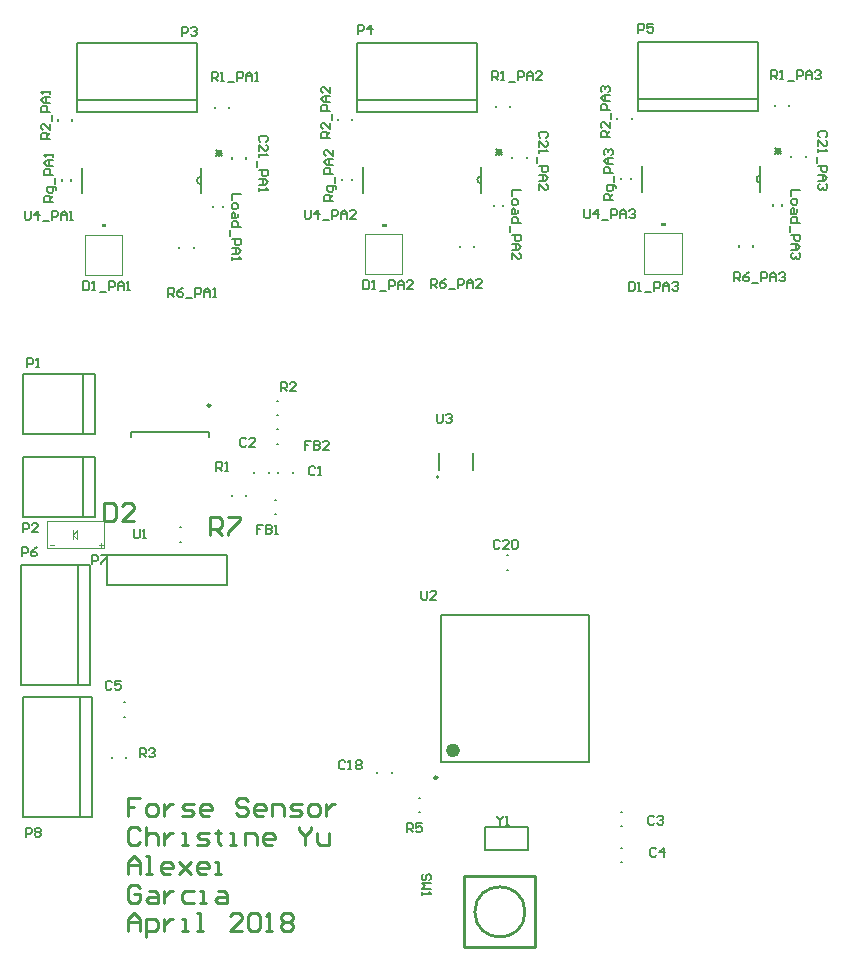
<source format=gto>
G04 Layer_Color=65535*
%FSLAX25Y25*%
%MOIN*%
G70*
G01*
G75*
%ADD25C,0.01000*%
%ADD34C,0.00984*%
%ADD35C,0.00600*%
%ADD36C,0.02362*%
%ADD37C,0.00400*%
%ADD38C,0.00787*%
%ADD39C,0.00591*%
%ADD40C,0.00750*%
G36*
X132813Y427200D02*
X131313D01*
Y428200D01*
X132813D01*
Y427200D01*
D02*
G37*
G36*
X226250Y427440D02*
X224750D01*
Y428440D01*
X226250D01*
Y427440D01*
D02*
G37*
G36*
X319313Y427700D02*
X317813D01*
Y428700D01*
X319313D01*
Y427700D01*
D02*
G37*
D25*
X272352Y199000D02*
G03*
X272352Y199000I-8352J0D01*
G01*
X252189Y187189D02*
Y210811D01*
X275811D01*
Y187189D02*
Y210811D01*
X252189Y187189D02*
X275811D01*
X143999Y236888D02*
X140000D01*
Y233889D01*
X141999D01*
X140000D01*
Y230890D01*
X146998D02*
X148997D01*
X149997Y231890D01*
Y233889D01*
X148997Y234889D01*
X146998D01*
X145998Y233889D01*
Y231890D01*
X146998Y230890D01*
X151996Y234889D02*
Y230890D01*
Y232889D01*
X152996Y233889D01*
X153996Y234889D01*
X154995D01*
X157994Y230890D02*
X160993D01*
X161993Y231890D01*
X160993Y232889D01*
X158994D01*
X157994Y233889D01*
X158994Y234889D01*
X161993D01*
X166991Y230890D02*
X164992D01*
X163992Y231890D01*
Y233889D01*
X164992Y234889D01*
X166991D01*
X167991Y233889D01*
Y232889D01*
X163992D01*
X179987Y235888D02*
X178987Y236888D01*
X176988D01*
X175988Y235888D01*
Y234889D01*
X176988Y233889D01*
X178987D01*
X179987Y232889D01*
Y231890D01*
X178987Y230890D01*
X176988D01*
X175988Y231890D01*
X184985Y230890D02*
X182986D01*
X181986Y231890D01*
Y233889D01*
X182986Y234889D01*
X184985D01*
X185985Y233889D01*
Y232889D01*
X181986D01*
X187985Y230890D02*
Y234889D01*
X190983D01*
X191983Y233889D01*
Y230890D01*
X193983D02*
X196982D01*
X197981Y231890D01*
X196982Y232889D01*
X194982D01*
X193983Y233889D01*
X194982Y234889D01*
X197981D01*
X200980Y230890D02*
X202980D01*
X203979Y231890D01*
Y233889D01*
X202980Y234889D01*
X200980D01*
X199981Y233889D01*
Y231890D01*
X200980Y230890D01*
X205979Y234889D02*
Y230890D01*
Y232889D01*
X206978Y233889D01*
X207978Y234889D01*
X208978D01*
X143999Y226291D02*
X142999Y227290D01*
X141000D01*
X140000Y226291D01*
Y222292D01*
X141000Y221292D01*
X142999D01*
X143999Y222292D01*
X145998Y227290D02*
Y221292D01*
Y224291D01*
X146998Y225291D01*
X148997D01*
X149997Y224291D01*
Y221292D01*
X151996Y225291D02*
Y221292D01*
Y223292D01*
X152996Y224291D01*
X153996Y225291D01*
X154995D01*
X157994Y221292D02*
X159994D01*
X158994D01*
Y225291D01*
X157994D01*
X162993Y221292D02*
X165992D01*
X166991Y222292D01*
X165992Y223292D01*
X163992D01*
X162993Y224291D01*
X163992Y225291D01*
X166991D01*
X169990Y226291D02*
Y225291D01*
X168991D01*
X170990D01*
X169990D01*
Y222292D01*
X170990Y221292D01*
X173989D02*
X175988D01*
X174989D01*
Y225291D01*
X173989D01*
X178987Y221292D02*
Y225291D01*
X181986D01*
X182986Y224291D01*
Y221292D01*
X187985D02*
X185985D01*
X184985Y222292D01*
Y224291D01*
X185985Y225291D01*
X187985D01*
X188984Y224291D01*
Y223292D01*
X184985D01*
X196982Y227290D02*
Y226291D01*
X198981Y224291D01*
X200980Y226291D01*
Y227290D01*
X198981Y224291D02*
Y221292D01*
X202980Y225291D02*
Y222292D01*
X203979Y221292D01*
X206978D01*
Y225291D01*
X140000Y211695D02*
Y215693D01*
X141999Y217693D01*
X143999Y215693D01*
Y211695D01*
Y214694D01*
X140000D01*
X145998Y211695D02*
X147997D01*
X146998D01*
Y217693D01*
X145998D01*
X153996Y211695D02*
X151996D01*
X150996Y212694D01*
Y214694D01*
X151996Y215693D01*
X153996D01*
X154995Y214694D01*
Y213694D01*
X150996D01*
X156994Y215693D02*
X160993Y211695D01*
X158994Y213694D01*
X160993Y215693D01*
X156994Y211695D01*
X165992D02*
X163992D01*
X162993Y212694D01*
Y214694D01*
X163992Y215693D01*
X165992D01*
X166991Y214694D01*
Y213694D01*
X162993D01*
X168991Y211695D02*
X170990D01*
X169990D01*
Y215693D01*
X168991D01*
X143999Y207095D02*
X142999Y208095D01*
X141000D01*
X140000Y207095D01*
Y203097D01*
X141000Y202097D01*
X142999D01*
X143999Y203097D01*
Y205096D01*
X141999D01*
X146998Y206096D02*
X148997D01*
X149997Y205096D01*
Y202097D01*
X146998D01*
X145998Y203097D01*
X146998Y204096D01*
X149997D01*
X151996Y206096D02*
Y202097D01*
Y204096D01*
X152996Y205096D01*
X153996Y206096D01*
X154995D01*
X161993D02*
X158994D01*
X157994Y205096D01*
Y203097D01*
X158994Y202097D01*
X161993D01*
X163992D02*
X165992D01*
X164992D01*
Y206096D01*
X163992D01*
X169990D02*
X171990D01*
X172989Y205096D01*
Y202097D01*
X169990D01*
X168991Y203097D01*
X169990Y204096D01*
X172989D01*
X140000Y192499D02*
Y196498D01*
X141999Y198497D01*
X143999Y196498D01*
Y192499D01*
Y195498D01*
X140000D01*
X145998Y190500D02*
Y196498D01*
X148997D01*
X149997Y195498D01*
Y193499D01*
X148997Y192499D01*
X145998D01*
X151996Y196498D02*
Y192499D01*
Y194499D01*
X152996Y195498D01*
X153996Y196498D01*
X154995D01*
X157994Y192499D02*
X159994D01*
X158994D01*
Y196498D01*
X157994D01*
X162993Y192499D02*
X164992D01*
X163992D01*
Y198497D01*
X162993D01*
X177988Y192499D02*
X173989D01*
X177988Y196498D01*
Y197498D01*
X176988Y198497D01*
X174989D01*
X173989Y197498D01*
X179987D02*
X180987Y198497D01*
X182986D01*
X183986Y197498D01*
Y193499D01*
X182986Y192499D01*
X180987D01*
X179987Y193499D01*
Y197498D01*
X185985Y192499D02*
X187985D01*
X186985D01*
Y198497D01*
X185985Y197498D01*
X190983D02*
X191983Y198497D01*
X193983D01*
X194982Y197498D01*
Y196498D01*
X193983Y195498D01*
X194982Y194499D01*
Y193499D01*
X193983Y192499D01*
X191983D01*
X190983Y193499D01*
Y194499D01*
X191983Y195498D01*
X190983Y196498D01*
Y197498D01*
X191983Y195498D02*
X193983D01*
X132110Y335301D02*
Y329303D01*
X135109D01*
X136109Y330303D01*
Y334301D01*
X135109Y335301D01*
X132110D01*
X142107Y329303D02*
X138108D01*
X142107Y333302D01*
Y334301D01*
X141107Y335301D01*
X139108D01*
X138108Y334301D01*
X167323Y324803D02*
Y330801D01*
X170322D01*
X171321Y329802D01*
Y327802D01*
X170322Y326802D01*
X167323D01*
X169322D02*
X171321Y324803D01*
X173321Y330801D02*
X177320D01*
Y329802D01*
X173321Y325803D01*
Y324803D01*
D34*
X167524Y367783D02*
G03*
X167524Y367783I-492J0D01*
G01*
X243114Y243776D02*
G03*
X243114Y243776I-492J0D01*
G01*
D35*
X350763Y444500D02*
G03*
X350763Y442100I0J-1200D01*
G01*
X257700Y444240D02*
G03*
X257700Y441840I0J-1200D01*
G01*
X164263Y444000D02*
G03*
X164263Y441600I0J-1200D01*
G01*
X243595Y343988D02*
G03*
X243595Y343988I-300J0D01*
G01*
X350763Y439011D02*
Y447589D01*
X311363Y439011D02*
Y447589D01*
X257700Y438752D02*
Y447329D01*
X218300Y438752D02*
Y447329D01*
X164263Y438511D02*
Y447089D01*
X124863Y438511D02*
Y447089D01*
X263999Y322499D02*
X263499Y322999D01*
X262500D01*
X262000Y322499D01*
Y320500D01*
X262500Y320000D01*
X263499D01*
X263999Y320500D01*
X266998Y320000D02*
X264999D01*
X266998Y321999D01*
Y322499D01*
X266498Y322999D01*
X265499D01*
X264999Y322499D01*
X267998D02*
X268498Y322999D01*
X269498D01*
X269997Y322499D01*
Y320500D01*
X269498Y320000D01*
X268498D01*
X267998Y320500D01*
Y322499D01*
X212499Y248999D02*
X212000Y249499D01*
X211000D01*
X210500Y248999D01*
Y247000D01*
X211000Y246500D01*
X212000D01*
X212499Y247000D01*
X213499Y246500D02*
X214499D01*
X213999D01*
Y249499D01*
X213499Y248999D01*
X215998D02*
X216498Y249499D01*
X217498D01*
X217998Y248999D01*
Y248499D01*
X217498Y248000D01*
X217998Y247500D01*
Y247000D01*
X217498Y246500D01*
X216498D01*
X215998Y247000D01*
Y247500D01*
X216498Y248000D01*
X215998Y248499D01*
Y248999D01*
X216498Y248000D02*
X217498D01*
X263000Y230999D02*
Y230499D01*
X264000Y229500D01*
X264999Y230499D01*
Y230999D01*
X264000Y229500D02*
Y228000D01*
X265999D02*
X266999D01*
X266499D01*
Y230999D01*
X265999Y230499D01*
X307000Y408999D02*
Y406000D01*
X308500D01*
X308999Y406500D01*
Y408499D01*
X308500Y408999D01*
X307000D01*
X309999Y406000D02*
X310999D01*
X310499D01*
Y408999D01*
X309999Y408499D01*
X312498Y405500D02*
X314498D01*
X315497Y406000D02*
Y408999D01*
X316997D01*
X317497Y408499D01*
Y407500D01*
X316997Y407000D01*
X315497D01*
X318496Y406000D02*
Y407999D01*
X319496Y408999D01*
X320496Y407999D01*
Y406000D01*
Y407500D01*
X318496D01*
X321495Y408499D02*
X321995Y408999D01*
X322995D01*
X323495Y408499D01*
Y407999D01*
X322995Y407500D01*
X322495D01*
X322995D01*
X323495Y407000D01*
Y406500D01*
X322995Y406000D01*
X321995D01*
X321495Y406500D01*
X218500Y409499D02*
Y406500D01*
X220000D01*
X220499Y407000D01*
Y408999D01*
X220000Y409499D01*
X218500D01*
X221499Y406500D02*
X222499D01*
X221999D01*
Y409499D01*
X221499Y408999D01*
X223998Y406000D02*
X225998D01*
X226997Y406500D02*
Y409499D01*
X228497D01*
X228997Y408999D01*
Y408000D01*
X228497Y407500D01*
X226997D01*
X229996Y406500D02*
Y408499D01*
X230996Y409499D01*
X231996Y408499D01*
Y406500D01*
Y408000D01*
X229996D01*
X234995Y406500D02*
X232995D01*
X234995Y408499D01*
Y408999D01*
X234495Y409499D01*
X233495D01*
X232995Y408999D01*
X125063Y409259D02*
Y406260D01*
X126562D01*
X127062Y406760D01*
Y408759D01*
X126562Y409259D01*
X125063D01*
X128062Y406260D02*
X129062D01*
X128562D01*
Y409259D01*
X128062Y408759D01*
X130561Y405760D02*
X132561D01*
X133560Y406260D02*
Y409259D01*
X135060D01*
X135560Y408759D01*
Y407759D01*
X135060Y407260D01*
X133560D01*
X136559Y406260D02*
Y408259D01*
X137559Y409259D01*
X138559Y408259D01*
Y406260D01*
Y407759D01*
X136559D01*
X139558Y406260D02*
X140558D01*
X140058D01*
Y409259D01*
X139558Y408759D01*
X292063Y433259D02*
Y430760D01*
X292563Y430260D01*
X293563D01*
X294062Y430760D01*
Y433259D01*
X296562Y430260D02*
Y433259D01*
X295062Y431759D01*
X297061D01*
X298061Y429760D02*
X300060D01*
X301060Y430260D02*
Y433259D01*
X302560D01*
X303059Y432759D01*
Y431759D01*
X302560Y431259D01*
X301060D01*
X304059Y430260D02*
Y432259D01*
X305059Y433259D01*
X306058Y432259D01*
Y430260D01*
Y431759D01*
X304059D01*
X307058Y432759D02*
X307558Y433259D01*
X308558D01*
X309057Y432759D01*
Y432259D01*
X308558Y431759D01*
X308058D01*
X308558D01*
X309057Y431259D01*
Y430760D01*
X308558Y430260D01*
X307558D01*
X307058Y430760D01*
X199000Y432999D02*
Y430500D01*
X199500Y430000D01*
X200500D01*
X200999Y430500D01*
Y432999D01*
X203499Y430000D02*
Y432999D01*
X201999Y431499D01*
X203998D01*
X204998Y429500D02*
X206997D01*
X207997Y430000D02*
Y432999D01*
X209497D01*
X209996Y432499D01*
Y431499D01*
X209497Y431000D01*
X207997D01*
X210996Y430000D02*
Y431999D01*
X211996Y432999D01*
X212996Y431999D01*
Y430000D01*
Y431499D01*
X210996D01*
X215995Y430000D02*
X213995D01*
X215995Y431999D01*
Y432499D01*
X215495Y432999D01*
X214495D01*
X213995Y432499D01*
X105563Y432759D02*
Y430260D01*
X106063Y429760D01*
X107062D01*
X107562Y430260D01*
Y432759D01*
X110062Y429760D02*
Y432759D01*
X108562Y431259D01*
X110561D01*
X111561Y429260D02*
X113560D01*
X114560Y429760D02*
Y432759D01*
X116060D01*
X116559Y432259D01*
Y431259D01*
X116060Y430759D01*
X114560D01*
X117559Y429760D02*
Y431759D01*
X118559Y432759D01*
X119558Y431759D01*
Y429760D01*
Y431259D01*
X117559D01*
X120558Y429760D02*
X121558D01*
X121058D01*
Y432759D01*
X120558Y432259D01*
X243000Y364999D02*
Y362500D01*
X243500Y362000D01*
X244499D01*
X244999Y362500D01*
Y364999D01*
X245999Y364499D02*
X246499Y364999D01*
X247498D01*
X247998Y364499D01*
Y363999D01*
X247498Y363499D01*
X246999D01*
X247498D01*
X247998Y363000D01*
Y362500D01*
X247498Y362000D01*
X246499D01*
X245999Y362500D01*
X237724Y306125D02*
Y303626D01*
X238224Y303126D01*
X239224D01*
X239724Y303626D01*
Y306125D01*
X242723Y303126D02*
X240723D01*
X242723Y305125D01*
Y305625D01*
X242223Y306125D01*
X241223D01*
X240723Y305625D01*
X141980Y326499D02*
Y324000D01*
X142480Y323500D01*
X143480D01*
X143980Y324000D01*
Y326499D01*
X144979Y323500D02*
X145979D01*
X145479D01*
Y326499D01*
X144979Y325999D01*
X240499Y209501D02*
X240999Y210000D01*
Y211000D01*
X240499Y211500D01*
X239999D01*
X239499Y211000D01*
Y210000D01*
X239000Y209501D01*
X238500D01*
X238000Y210000D01*
Y211000D01*
X238500Y211500D01*
X240999Y208501D02*
X238000D01*
X239000Y207501D01*
X238000Y206502D01*
X240999D01*
X238000Y205502D02*
Y204502D01*
Y205002D01*
X240999D01*
X240499Y205502D01*
X301563Y436260D02*
X298564D01*
Y437759D01*
X299064Y438259D01*
X300063D01*
X300563Y437759D01*
Y436260D01*
Y437259D02*
X301563Y438259D01*
X302563Y440259D02*
Y440758D01*
X302063Y441258D01*
X299564D01*
Y439759D01*
X300063Y439259D01*
X301063D01*
X301563Y439759D01*
Y441258D01*
X302063Y442258D02*
Y444257D01*
X301563Y445257D02*
X298564D01*
Y446757D01*
X299064Y447256D01*
X300063D01*
X300563Y446757D01*
Y445257D01*
X301563Y448256D02*
X299564D01*
X298564Y449256D01*
X299564Y450255D01*
X301563D01*
X300063D01*
Y448256D01*
X299064Y451255D02*
X298564Y451755D01*
Y452754D01*
X299064Y453254D01*
X299564D01*
X300063Y452754D01*
Y452255D01*
Y452754D01*
X300563Y453254D01*
X301063D01*
X301563Y452754D01*
Y451755D01*
X301063Y451255D01*
X208500Y436000D02*
X205501D01*
Y437500D01*
X206001Y437999D01*
X207000D01*
X207500Y437500D01*
Y436000D01*
Y437000D02*
X208500Y437999D01*
X209500Y439999D02*
Y440498D01*
X209000Y440998D01*
X206501D01*
Y439499D01*
X207000Y438999D01*
X208000D01*
X208500Y439499D01*
Y440998D01*
X209000Y441998D02*
Y443997D01*
X208500Y444997D02*
X205501D01*
Y446497D01*
X206001Y446996D01*
X207000D01*
X207500Y446497D01*
Y444997D01*
X208500Y447996D02*
X206501D01*
X205501Y448996D01*
X206501Y449996D01*
X208500D01*
X207000D01*
Y447996D01*
X208500Y452994D02*
Y450995D01*
X206501Y452994D01*
X206001D01*
X205501Y452495D01*
Y451495D01*
X206001Y450995D01*
X115063Y435760D02*
X112064D01*
Y437259D01*
X112564Y437759D01*
X113564D01*
X114063Y437259D01*
Y435760D01*
Y436760D02*
X115063Y437759D01*
X116063Y439759D02*
Y440258D01*
X115563Y440758D01*
X113064D01*
Y439259D01*
X113564Y438759D01*
X114563D01*
X115063Y439259D01*
Y440758D01*
X115563Y441758D02*
Y443757D01*
X115063Y444757D02*
X112064D01*
Y446256D01*
X112564Y446756D01*
X113564D01*
X114063Y446256D01*
Y444757D01*
X115063Y447756D02*
X113064D01*
X112064Y448756D01*
X113064Y449755D01*
X115063D01*
X113564D01*
Y447756D01*
X115063Y450755D02*
Y451755D01*
Y451255D01*
X112064D01*
X112564Y450755D01*
X342063Y409260D02*
Y412259D01*
X343563D01*
X344062Y411759D01*
Y410759D01*
X343563Y410259D01*
X342063D01*
X343063D02*
X344062Y409260D01*
X347061Y412259D02*
X346062Y411759D01*
X345062Y410759D01*
Y409760D01*
X345562Y409260D01*
X346562D01*
X347061Y409760D01*
Y410259D01*
X346562Y410759D01*
X345062D01*
X348061Y408760D02*
X350060D01*
X351060Y409260D02*
Y412259D01*
X352560D01*
X353059Y411759D01*
Y410759D01*
X352560Y410259D01*
X351060D01*
X354059Y409260D02*
Y411259D01*
X355059Y412259D01*
X356058Y411259D01*
Y409260D01*
Y410759D01*
X354059D01*
X357058Y411759D02*
X357558Y412259D01*
X358558D01*
X359057Y411759D01*
Y411259D01*
X358558Y410759D01*
X358058D01*
X358558D01*
X359057Y410259D01*
Y409760D01*
X358558Y409260D01*
X357558D01*
X357058Y409760D01*
X241000Y407000D02*
Y409999D01*
X242499D01*
X242999Y409499D01*
Y408499D01*
X242499Y408000D01*
X241000D01*
X242000D02*
X242999Y407000D01*
X245998Y409999D02*
X244999Y409499D01*
X243999Y408499D01*
Y407500D01*
X244499Y407000D01*
X245498D01*
X245998Y407500D01*
Y408000D01*
X245498Y408499D01*
X243999D01*
X246998Y406500D02*
X248997D01*
X249997Y407000D02*
Y409999D01*
X251497D01*
X251996Y409499D01*
Y408499D01*
X251497Y408000D01*
X249997D01*
X252996Y407000D02*
Y408999D01*
X253996Y409999D01*
X254995Y408999D01*
Y407000D01*
Y408499D01*
X252996D01*
X257995Y407000D02*
X255995D01*
X257995Y408999D01*
Y409499D01*
X257495Y409999D01*
X256495D01*
X255995Y409499D01*
X153500Y404000D02*
Y406999D01*
X154999D01*
X155499Y406499D01*
Y405500D01*
X154999Y405000D01*
X153500D01*
X154500D02*
X155499Y404000D01*
X158498Y406999D02*
X157499Y406499D01*
X156499Y405500D01*
Y404500D01*
X156999Y404000D01*
X157999D01*
X158498Y404500D01*
Y405000D01*
X157999Y405500D01*
X156499D01*
X159498Y403500D02*
X161497D01*
X162497Y404000D02*
Y406999D01*
X163997D01*
X164496Y406499D01*
Y405500D01*
X163997Y405000D01*
X162497D01*
X165496Y404000D02*
Y405999D01*
X166496Y406999D01*
X167496Y405999D01*
Y404000D01*
Y405500D01*
X165496D01*
X168495Y404000D02*
X169495D01*
X168995D01*
Y406999D01*
X168495Y406499D01*
X233000Y225500D02*
Y228499D01*
X234500D01*
X234999Y227999D01*
Y226999D01*
X234500Y226500D01*
X233000D01*
X234000D02*
X234999Y225500D01*
X237998Y228499D02*
X235999D01*
Y226999D01*
X236999Y227499D01*
X237498D01*
X237998Y226999D01*
Y226000D01*
X237498Y225500D01*
X236499D01*
X235999Y226000D01*
X144000Y250500D02*
Y253499D01*
X145500D01*
X145999Y252999D01*
Y251999D01*
X145500Y251500D01*
X144000D01*
X145000D02*
X145999Y250500D01*
X146999Y252999D02*
X147499Y253499D01*
X148499D01*
X148998Y252999D01*
Y252499D01*
X148499Y251999D01*
X147999D01*
X148499D01*
X148998Y251500D01*
Y251000D01*
X148499Y250500D01*
X147499D01*
X146999Y251000D01*
X190980Y372500D02*
Y375499D01*
X192480D01*
X192980Y374999D01*
Y374000D01*
X192480Y373500D01*
X190980D01*
X191980D02*
X192980Y372500D01*
X195979D02*
X193979D01*
X195979Y374499D01*
Y374999D01*
X195479Y375499D01*
X194479D01*
X193979Y374999D01*
X300563Y457260D02*
X297564D01*
Y458759D01*
X298064Y459259D01*
X299063D01*
X299563Y458759D01*
Y457260D01*
Y458259D02*
X300563Y459259D01*
Y462258D02*
Y460259D01*
X298564Y462258D01*
X298064D01*
X297564Y461758D01*
Y460759D01*
X298064Y460259D01*
X301063Y463258D02*
Y465257D01*
X300563Y466257D02*
X297564D01*
Y467757D01*
X298064Y468256D01*
X299063D01*
X299563Y467757D01*
Y466257D01*
X300563Y469256D02*
X298564D01*
X297564Y470256D01*
X298564Y471255D01*
X300563D01*
X299063D01*
Y469256D01*
X298064Y472255D02*
X297564Y472755D01*
Y473755D01*
X298064Y474254D01*
X298564D01*
X299063Y473755D01*
Y473255D01*
Y473755D01*
X299563Y474254D01*
X300063D01*
X300563Y473755D01*
Y472755D01*
X300063Y472255D01*
X207500Y457000D02*
X204501D01*
Y458499D01*
X205001Y458999D01*
X206000D01*
X206500Y458499D01*
Y457000D01*
Y458000D02*
X207500Y458999D01*
Y461998D02*
Y459999D01*
X205501Y461998D01*
X205001D01*
X204501Y461498D01*
Y460499D01*
X205001Y459999D01*
X208000Y462998D02*
Y464997D01*
X207500Y465997D02*
X204501D01*
Y467497D01*
X205001Y467996D01*
X206000D01*
X206500Y467497D01*
Y465997D01*
X207500Y468996D02*
X205501D01*
X204501Y469996D01*
X205501Y470996D01*
X207500D01*
X206000D01*
Y468996D01*
X207500Y473994D02*
Y471995D01*
X205501Y473994D01*
X205001D01*
X204501Y473495D01*
Y472495D01*
X205001Y471995D01*
X114063Y456760D02*
X111064D01*
Y458259D01*
X111564Y458759D01*
X112564D01*
X113063Y458259D01*
Y456760D01*
Y457760D02*
X114063Y458759D01*
Y461758D02*
Y459759D01*
X112064Y461758D01*
X111564D01*
X111064Y461258D01*
Y460259D01*
X111564Y459759D01*
X114563Y462758D02*
Y464757D01*
X114063Y465757D02*
X111064D01*
Y467256D01*
X111564Y467756D01*
X112564D01*
X113063Y467256D01*
Y465757D01*
X114063Y468756D02*
X112064D01*
X111064Y469756D01*
X112064Y470755D01*
X114063D01*
X112564D01*
Y468756D01*
X114063Y471755D02*
Y472755D01*
Y472255D01*
X111064D01*
X111564Y471755D01*
X169480Y346000D02*
Y348999D01*
X170980D01*
X171480Y348499D01*
Y347499D01*
X170980Y347000D01*
X169480D01*
X170480D02*
X171480Y346000D01*
X172479D02*
X173479D01*
X172979D01*
Y348999D01*
X172479Y348499D01*
X354500Y476500D02*
Y479499D01*
X355999D01*
X356499Y478999D01*
Y477999D01*
X355999Y477500D01*
X354500D01*
X355500D02*
X356499Y476500D01*
X357499D02*
X358499D01*
X357999D01*
Y479499D01*
X357499Y478999D01*
X359998Y476000D02*
X361998D01*
X362997Y476500D02*
Y479499D01*
X364497D01*
X364997Y478999D01*
Y477999D01*
X364497Y477500D01*
X362997D01*
X365996Y476500D02*
Y478499D01*
X366996Y479499D01*
X367996Y478499D01*
Y476500D01*
Y477999D01*
X365996D01*
X368995Y478999D02*
X369495Y479499D01*
X370495D01*
X370995Y478999D01*
Y478499D01*
X370495Y477999D01*
X369995D01*
X370495D01*
X370995Y477500D01*
Y477000D01*
X370495Y476500D01*
X369495D01*
X368995Y477000D01*
X261437Y476240D02*
Y479239D01*
X262936D01*
X263436Y478739D01*
Y477740D01*
X262936Y477240D01*
X261437D01*
X262437D02*
X263436Y476240D01*
X264436D02*
X265436D01*
X264936D01*
Y479239D01*
X264436Y478739D01*
X266935Y475740D02*
X268935D01*
X269934Y476240D02*
Y479239D01*
X271434D01*
X271934Y478739D01*
Y477740D01*
X271434Y477240D01*
X269934D01*
X272933Y476240D02*
Y478239D01*
X273933Y479239D01*
X274933Y478239D01*
Y476240D01*
Y477740D01*
X272933D01*
X277932Y476240D02*
X275932D01*
X277932Y478239D01*
Y478739D01*
X277432Y479239D01*
X276432D01*
X275932Y478739D01*
X168000Y476000D02*
Y478999D01*
X169500D01*
X169999Y478499D01*
Y477499D01*
X169500Y477000D01*
X168000D01*
X169000D02*
X169999Y476000D01*
X170999D02*
X171999D01*
X171499D01*
Y478999D01*
X170999Y478499D01*
X173498Y475500D02*
X175498D01*
X176497Y476000D02*
Y478999D01*
X177997D01*
X178497Y478499D01*
Y477499D01*
X177997Y477000D01*
X176497D01*
X179496Y476000D02*
Y477999D01*
X180496Y478999D01*
X181496Y477999D01*
Y476000D01*
Y477499D01*
X179496D01*
X182495Y476000D02*
X183495D01*
X182995D01*
Y478999D01*
X182495Y478499D01*
X106000Y224000D02*
Y226999D01*
X107500D01*
X107999Y226499D01*
Y225500D01*
X107500Y225000D01*
X106000D01*
X108999Y226499D02*
X109499Y226999D01*
X110499D01*
X110998Y226499D01*
Y225999D01*
X110499Y225500D01*
X110998Y225000D01*
Y224500D01*
X110499Y224000D01*
X109499D01*
X108999Y224500D01*
Y225000D01*
X109499Y225500D01*
X108999Y225999D01*
Y226499D01*
X109499Y225500D02*
X110499D01*
X127953Y314961D02*
Y317960D01*
X129452D01*
X129952Y317460D01*
Y316460D01*
X129452Y315960D01*
X127953D01*
X130952Y317960D02*
X132951D01*
Y317460D01*
X130952Y315460D01*
Y314961D01*
X104700Y317500D02*
Y320499D01*
X106200D01*
X106699Y319999D01*
Y319000D01*
X106200Y318500D01*
X104700D01*
X109698Y320499D02*
X108699Y319999D01*
X107699Y319000D01*
Y318000D01*
X108199Y317500D01*
X109199D01*
X109698Y318000D01*
Y318500D01*
X109199Y319000D01*
X107699D01*
X310200Y492000D02*
Y494999D01*
X311700D01*
X312199Y494499D01*
Y493500D01*
X311700Y493000D01*
X310200D01*
X315198Y494999D02*
X313199D01*
Y493500D01*
X314199Y493999D01*
X314699D01*
X315198Y493500D01*
Y492500D01*
X314699Y492000D01*
X313699D01*
X313199Y492500D01*
X216600Y491730D02*
Y494729D01*
X218099D01*
X218599Y494229D01*
Y493229D01*
X218099Y492730D01*
X216600D01*
X221098Y491730D02*
Y494729D01*
X219599Y493229D01*
X221598D01*
X158000Y491000D02*
Y493999D01*
X159500D01*
X159999Y493499D01*
Y492499D01*
X159500Y492000D01*
X158000D01*
X160999Y493499D02*
X161499Y493999D01*
X162499D01*
X162998Y493499D01*
Y492999D01*
X162499Y492499D01*
X161999D01*
X162499D01*
X162998Y492000D01*
Y491500D01*
X162499Y491000D01*
X161499D01*
X160999Y491500D01*
X104921Y325559D02*
Y328558D01*
X106421D01*
X106921Y328058D01*
Y327059D01*
X106421Y326559D01*
X104921D01*
X109920Y325559D02*
X107920D01*
X109920Y327558D01*
Y328058D01*
X109420Y328558D01*
X108420D01*
X107920Y328058D01*
X106480Y380500D02*
Y383499D01*
X107980D01*
X108480Y382999D01*
Y381999D01*
X107980Y381500D01*
X106480D01*
X109479Y380500D02*
X110479D01*
X109979D01*
Y383499D01*
X109479Y382999D01*
X364062Y439759D02*
X361063D01*
Y437760D01*
Y436261D02*
Y435261D01*
X361563Y434761D01*
X362562D01*
X363062Y435261D01*
Y436261D01*
X362562Y436761D01*
X361563D01*
X361063Y436261D01*
X363062Y433262D02*
Y432262D01*
X362562Y431762D01*
X361063D01*
Y433262D01*
X361563Y433761D01*
X362063Y433262D01*
Y431762D01*
X364062Y428763D02*
X361063D01*
Y430263D01*
X361563Y430762D01*
X362562D01*
X363062Y430263D01*
Y428763D01*
X360563Y427763D02*
Y425764D01*
X361063Y424764D02*
X364062D01*
Y423265D01*
X363562Y422765D01*
X362562D01*
X362063Y423265D01*
Y424764D01*
X361063Y421765D02*
X363062D01*
X364062Y420766D01*
X363062Y419766D01*
X361063D01*
X362562D01*
Y421765D01*
X363562Y418766D02*
X364062Y418266D01*
Y417267D01*
X363562Y416767D01*
X363062D01*
X362562Y417267D01*
Y417767D01*
Y417267D01*
X362063Y416767D01*
X361563D01*
X361063Y417267D01*
Y418266D01*
X361563Y418766D01*
X270999Y439500D02*
X268000D01*
Y437500D01*
Y436001D02*
Y435001D01*
X268500Y434501D01*
X269499D01*
X269999Y435001D01*
Y436001D01*
X269499Y436501D01*
X268500D01*
X268000Y436001D01*
X269999Y433002D02*
Y432002D01*
X269499Y431502D01*
X268000D01*
Y433002D01*
X268500Y433502D01*
X269000Y433002D01*
Y431502D01*
X270999Y428503D02*
X268000D01*
Y430003D01*
X268500Y430503D01*
X269499D01*
X269999Y430003D01*
Y428503D01*
X267500Y427503D02*
Y425504D01*
X268000Y424505D02*
X270999D01*
Y423005D01*
X270499Y422505D01*
X269499D01*
X269000Y423005D01*
Y424505D01*
X268000Y421505D02*
X269999D01*
X270999Y420506D01*
X269999Y419506D01*
X268000D01*
X269499D01*
Y421505D01*
X268000Y416507D02*
Y418506D01*
X269999Y416507D01*
X270499D01*
X270999Y417007D01*
Y418007D01*
X270499Y418506D01*
X177562Y438260D02*
X174563D01*
Y436261D01*
Y434761D02*
Y433761D01*
X175063Y433261D01*
X176063D01*
X176562Y433761D01*
Y434761D01*
X176063Y435261D01*
X175063D01*
X174563Y434761D01*
X176562Y431762D02*
Y430762D01*
X176063Y430262D01*
X174563D01*
Y431762D01*
X175063Y432262D01*
X175563Y431762D01*
Y430262D01*
X177562Y427263D02*
X174563D01*
Y428763D01*
X175063Y429263D01*
X176063D01*
X176562Y428763D01*
Y427263D01*
X174063Y426264D02*
Y424264D01*
X174563Y423265D02*
X177562D01*
Y421765D01*
X177062Y421265D01*
X176063D01*
X175563Y421765D01*
Y423265D01*
X174563Y420266D02*
X176562D01*
X177562Y419266D01*
X176562Y418266D01*
X174563D01*
X176063D01*
Y420266D01*
X174563Y417267D02*
Y416267D01*
Y416767D01*
X177562D01*
X177062Y417267D01*
X200999Y355999D02*
X199000D01*
Y354500D01*
X200000D01*
X199000D01*
Y353000D01*
X201999Y355999D02*
Y353000D01*
X203499D01*
X203998Y353500D01*
Y354000D01*
X203499Y354500D01*
X201999D01*
X203499D01*
X203998Y354999D01*
Y355499D01*
X203499Y355999D01*
X201999D01*
X206997Y353000D02*
X204998D01*
X206997Y354999D01*
Y355499D01*
X206498Y355999D01*
X205498D01*
X204998Y355499D01*
X184980Y327999D02*
X182980D01*
Y326500D01*
X183980D01*
X182980D01*
Y325000D01*
X185979Y327999D02*
Y325000D01*
X187479D01*
X187979Y325500D01*
Y326000D01*
X187479Y326500D01*
X185979D01*
X187479D01*
X187979Y326999D01*
Y327499D01*
X187479Y327999D01*
X185979D01*
X188978Y325000D02*
X189978D01*
X189478D01*
Y327999D01*
X188978Y327499D01*
X372562Y457260D02*
X373062Y457760D01*
Y458760D01*
X372562Y459260D01*
X370563D01*
X370063Y458760D01*
Y457760D01*
X370563Y457260D01*
X370063Y454261D02*
Y456260D01*
X372062Y454261D01*
X372562D01*
X373062Y454761D01*
Y455761D01*
X372562Y456260D01*
X370063Y453261D02*
Y452262D01*
Y452762D01*
X373062D01*
X372562Y453261D01*
X369563Y450762D02*
Y448763D01*
X370063Y447763D02*
X373062D01*
Y446264D01*
X372562Y445764D01*
X371563D01*
X371063Y446264D01*
Y447763D01*
X370063Y444764D02*
X372062D01*
X373062Y443764D01*
X372062Y442765D01*
X370063D01*
X371563D01*
Y444764D01*
X372562Y441765D02*
X373062Y441265D01*
Y440266D01*
X372562Y439766D01*
X372062D01*
X371563Y440266D01*
Y440765D01*
Y440266D01*
X371063Y439766D01*
X370563D01*
X370063Y440266D01*
Y441265D01*
X370563Y441765D01*
X279499Y457000D02*
X279999Y457500D01*
Y458500D01*
X279499Y459000D01*
X277500D01*
X277000Y458500D01*
Y457500D01*
X277500Y457000D01*
X277000Y454001D02*
Y456001D01*
X278999Y454001D01*
X279499D01*
X279999Y454501D01*
Y455501D01*
X279499Y456001D01*
X277000Y453002D02*
Y452002D01*
Y452502D01*
X279999D01*
X279499Y453002D01*
X276500Y450502D02*
Y448503D01*
X277000Y447503D02*
X279999D01*
Y446004D01*
X279499Y445504D01*
X278500D01*
X278000Y446004D01*
Y447503D01*
X277000Y444504D02*
X278999D01*
X279999Y443505D01*
X278999Y442505D01*
X277000D01*
X278500D01*
Y444504D01*
X277000Y439506D02*
Y441505D01*
X278999Y439506D01*
X279499D01*
X279999Y440006D01*
Y441006D01*
X279499Y441505D01*
X186062Y455760D02*
X186562Y456260D01*
Y457260D01*
X186062Y457760D01*
X184063D01*
X183563Y457260D01*
Y456260D01*
X184063Y455760D01*
X183563Y452762D02*
Y454761D01*
X185562Y452762D01*
X186062D01*
X186562Y453261D01*
Y454261D01*
X186062Y454761D01*
X183563Y451762D02*
Y450762D01*
Y451262D01*
X186562D01*
X186062Y451762D01*
X183063Y449263D02*
Y447263D01*
X183563Y446264D02*
X186562D01*
Y444764D01*
X186062Y444264D01*
X185063D01*
X184563Y444764D01*
Y446264D01*
X183563Y443264D02*
X185562D01*
X186562Y442265D01*
X185562Y441265D01*
X183563D01*
X185063D01*
Y443264D01*
X183563Y440266D02*
Y439266D01*
Y439766D01*
X186562D01*
X186062Y440266D01*
X134643Y275599D02*
X134143Y276099D01*
X133143D01*
X132643Y275599D01*
Y273600D01*
X133143Y273100D01*
X134143D01*
X134643Y273600D01*
X137642Y276099D02*
X135642D01*
Y274600D01*
X136642Y275099D01*
X137142D01*
X137642Y274600D01*
Y273600D01*
X137142Y273100D01*
X136142D01*
X135642Y273600D01*
X316043Y219826D02*
X315543Y220326D01*
X314544D01*
X314044Y219826D01*
Y217827D01*
X314544Y217327D01*
X315543D01*
X316043Y217827D01*
X318542Y217327D02*
Y220326D01*
X317043Y218826D01*
X319042D01*
X315499Y230499D02*
X315000Y230999D01*
X314000D01*
X313500Y230499D01*
Y228500D01*
X314000Y228000D01*
X315000D01*
X315499Y228500D01*
X316499Y230499D02*
X316999Y230999D01*
X317999D01*
X318498Y230499D01*
Y229999D01*
X317999Y229500D01*
X317499D01*
X317999D01*
X318498Y229000D01*
Y228500D01*
X317999Y228000D01*
X316999D01*
X316499Y228500D01*
X179480Y356499D02*
X178980Y356999D01*
X177980D01*
X177480Y356499D01*
Y354500D01*
X177980Y354000D01*
X178980D01*
X179480Y354500D01*
X182479Y354000D02*
X180479D01*
X182479Y355999D01*
Y356499D01*
X181979Y356999D01*
X180979D01*
X180479Y356499D01*
X202499Y346999D02*
X201999Y347499D01*
X201000D01*
X200500Y346999D01*
Y345000D01*
X201000Y344500D01*
X201999D01*
X202499Y345000D01*
X203499Y344500D02*
X204499D01*
X203999D01*
Y347499D01*
X203499Y346999D01*
X357762Y453600D02*
X355763Y451601D01*
Y453600D02*
X357762Y451601D01*
X356763Y453600D02*
Y451601D01*
X355763Y452600D02*
X357762D01*
X264699Y453340D02*
X262700Y451341D01*
Y453340D02*
X264699Y451341D01*
X263700Y453340D02*
Y451341D01*
X262700Y452341D02*
X264699D01*
X171262Y453100D02*
X169263Y451101D01*
Y453100D02*
X171262Y451101D01*
X170263Y453100D02*
Y451101D01*
X169263Y452100D02*
X171262D01*
D36*
X249512Y252831D02*
G03*
X249512Y252831I-1181J0D01*
G01*
D37*
X113110Y320303D02*
X113110Y329303D01*
X132110Y320303D02*
Y329303D01*
X113110Y320303D02*
X132110Y320303D01*
X113110Y329303D02*
X132110D01*
X121598Y323228D02*
Y326378D01*
Y324803D02*
X123173Y323228D01*
Y326378D01*
X121598Y324803D02*
X123173Y326378D01*
X114118Y321260D02*
X115299D01*
X131047Y320472D02*
Y322047D01*
X130260Y321260D02*
X132110D01*
X312065Y411748D02*
Y425248D01*
Y411748D02*
X324565D01*
X312065Y425248D02*
X324565D01*
Y411748D02*
Y425248D01*
X323165D02*
X323265D01*
X324565Y423648D02*
Y423848D01*
X323565Y425248D02*
X324565D01*
Y423748D02*
Y425248D01*
X219002Y411488D02*
Y424988D01*
Y411488D02*
X231502D01*
X219002Y424988D02*
X231502D01*
Y411488D02*
Y424988D01*
X230102D02*
X230202D01*
X231502Y423388D02*
Y423588D01*
X230502Y424988D02*
X231502D01*
Y423488D02*
Y424988D01*
X125565Y411248D02*
Y424748D01*
Y411248D02*
X138065D01*
X125565Y424748D02*
X138065D01*
Y411248D02*
Y424748D01*
X136665D02*
X136765D01*
X138065Y423148D02*
Y423348D01*
X137065Y424748D02*
X138065D01*
Y423248D02*
Y424748D01*
D38*
X157283Y327165D02*
X157677D01*
X157283Y322441D02*
X157677D01*
X266260Y313039D02*
X266653D01*
X266260Y317961D02*
X266653D01*
X223039Y245260D02*
Y245654D01*
X227961Y245260D02*
Y245654D01*
X179362Y337543D02*
Y337937D01*
X174638Y337543D02*
Y337937D01*
X141028Y357350D02*
Y358925D01*
X167012Y357350D02*
Y358925D01*
X141028D02*
X167012D01*
X237063Y236862D02*
X237457D01*
X237063Y232138D02*
X237457D01*
X163000Y465500D02*
Y488500D01*
X126000D02*
X163000D01*
X123000Y469500D02*
X163000D01*
X123000Y465500D02*
X163000D01*
X123000Y488500D02*
X126000D01*
X123000Y465500D02*
Y488500D01*
X304488Y443303D02*
Y443697D01*
X307638Y443303D02*
Y443697D01*
X211425Y443043D02*
Y443437D01*
X214575Y443043D02*
Y443437D01*
X117988Y442803D02*
Y443197D01*
X121138Y442803D02*
Y443197D01*
X348425Y420803D02*
Y421197D01*
X343701Y420803D02*
Y421197D01*
X255362Y420543D02*
Y420937D01*
X250638Y420543D02*
Y420937D01*
X161925Y420303D02*
Y420697D01*
X157201Y420303D02*
Y420697D01*
X189563Y369342D02*
X189957D01*
X189563Y364618D02*
X189957D01*
X303201Y463303D02*
Y463697D01*
X307925Y463303D02*
Y463697D01*
X210138Y463043D02*
Y463437D01*
X214862Y463043D02*
Y463437D01*
X116701Y462803D02*
Y463197D01*
X121425Y462803D02*
Y463197D01*
X355638Y467543D02*
Y467937D01*
X360362Y467543D02*
Y467937D01*
X262575Y467283D02*
Y467677D01*
X267299Y467283D02*
Y467677D01*
X169138Y467043D02*
Y467437D01*
X173862Y467043D02*
Y467437D01*
X104500Y274500D02*
Y277500D01*
Y274500D02*
X127500D01*
X104500Y277500D02*
Y314500D01*
X127500D01*
Y274500D02*
Y314500D01*
X123500Y274500D02*
Y314500D01*
X350000Y466000D02*
Y489000D01*
X313000D02*
X350000D01*
X310000Y470000D02*
X350000D01*
X310000Y466000D02*
X350000D01*
X310000Y489000D02*
X313000D01*
X310000Y466000D02*
Y489000D01*
X256437Y465740D02*
Y488740D01*
X219437D02*
X256437D01*
X216437Y469740D02*
X256437D01*
X216437Y465740D02*
X256437D01*
X216437Y488740D02*
X219437D01*
X216437Y465740D02*
Y488740D01*
X129000Y330500D02*
Y350500D01*
X105000D02*
X129000D01*
X125000Y330500D02*
Y350500D01*
X106000Y330500D02*
X129000D01*
X105000Y334500D02*
Y350500D01*
Y330500D02*
X107000D01*
X105000D02*
Y334500D01*
X129059Y358441D02*
Y378441D01*
X105059D02*
X129059D01*
X125059Y358441D02*
Y378441D01*
X106059Y358441D02*
X129059D01*
X105059Y362441D02*
Y378441D01*
Y358441D02*
X107059D01*
X105059D02*
Y362441D01*
X354988Y434453D02*
Y434846D01*
X358138Y434453D02*
Y434846D01*
X261925Y434193D02*
Y434587D01*
X265075Y434193D02*
Y434587D01*
X168488Y433953D02*
Y434346D01*
X171638Y433953D02*
Y434346D01*
X189563Y359842D02*
X189957D01*
X189563Y355118D02*
X189957D01*
X189043Y336362D02*
X189437D01*
X189043Y331638D02*
X189437D01*
X361102Y450606D02*
Y451000D01*
X366024Y450606D02*
Y451000D01*
X268039Y450347D02*
Y450740D01*
X272961Y450347D02*
Y450740D01*
X174602Y450106D02*
Y450500D01*
X179524Y450106D02*
Y450500D01*
X138803Y268961D02*
X139197D01*
X138803Y264039D02*
X139197D01*
X186961Y345240D02*
Y345634D01*
X182039Y345240D02*
Y345634D01*
X194961Y345327D02*
Y345721D01*
X190039Y345327D02*
Y345721D01*
X244394Y248894D02*
Y298106D01*
Y248894D02*
X293606D01*
X244394Y298106D02*
X293606D01*
Y248894D02*
Y298106D01*
X133000Y318000D02*
X173000D01*
X133000Y308000D02*
Y318000D01*
X173000Y308000D02*
Y318000D01*
X133000Y308000D02*
X173000D01*
X139362Y250303D02*
Y250697D01*
X134638Y250303D02*
Y250697D01*
X304260Y232461D02*
X304654D01*
X304260Y227539D02*
X304654D01*
X304303Y220461D02*
X304697D01*
X304303Y215539D02*
X304697D01*
X105000Y230500D02*
Y233500D01*
Y230500D02*
X128000D01*
X105000Y233500D02*
Y270500D01*
X128000D01*
Y230500D02*
Y270500D01*
X124000Y230500D02*
Y270500D01*
D39*
X273362Y219563D02*
Y227437D01*
X259189Y219563D02*
X273362D01*
X259189Y227437D02*
X273362D01*
X259189Y219563D02*
Y227437D01*
D40*
X243752Y346153D02*
Y352059D01*
X255169Y346153D02*
Y352059D01*
M02*

</source>
